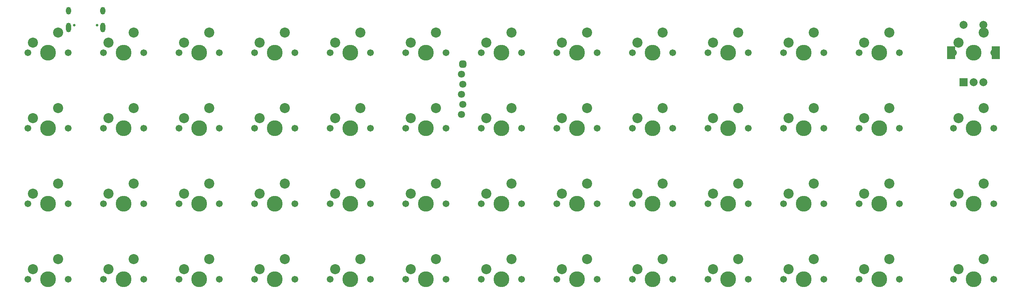
<source format=gts>
G04 #@! TF.GenerationSoftware,KiCad,Pcbnew,(6.0.0-0)*
G04 #@! TF.CreationDate,2022-01-19T17:11:42-06:00*
G04 #@! TF.ProjectId,pcb,7063622e-6b69-4636-9164-5f7063625858,rev?*
G04 #@! TF.SameCoordinates,Original*
G04 #@! TF.FileFunction,Soldermask,Top*
G04 #@! TF.FilePolarity,Negative*
%FSLAX46Y46*%
G04 Gerber Fmt 4.6, Leading zero omitted, Abs format (unit mm)*
G04 Created by KiCad (PCBNEW (6.0.0-0)) date 2022-01-19 17:11:42*
%MOMM*%
%LPD*%
G01*
G04 APERTURE LIST*
G04 Aperture macros list*
%AMRoundRect*
0 Rectangle with rounded corners*
0 $1 Rounding radius*
0 $2 $3 $4 $5 $6 $7 $8 $9 X,Y pos of 4 corners*
0 Add a 4 corners polygon primitive as box body*
4,1,4,$2,$3,$4,$5,$6,$7,$8,$9,$2,$3,0*
0 Add four circle primitives for the rounded corners*
1,1,$1+$1,$2,$3*
1,1,$1+$1,$4,$5*
1,1,$1+$1,$6,$7*
1,1,$1+$1,$8,$9*
0 Add four rect primitives between the rounded corners*
20,1,$1+$1,$2,$3,$4,$5,0*
20,1,$1+$1,$4,$5,$6,$7,0*
20,1,$1+$1,$6,$7,$8,$9,0*
20,1,$1+$1,$8,$9,$2,$3,0*%
G04 Aperture macros list end*
%ADD10C,1.701800*%
%ADD11C,3.987800*%
%ADD12C,2.540000*%
%ADD13R,2.000000X2.000000*%
%ADD14C,2.000000*%
%ADD15R,2.000000X3.200000*%
%ADD16C,1.803400*%
%ADD17RoundRect,0.501650X0.400050X0.400050X-0.400050X0.400050X-0.400050X-0.400050X0.400050X-0.400050X0*%
%ADD18C,0.650000*%
%ADD19O,1.300000X2.400000*%
%ADD20O,1.300000X1.900000*%
G04 APERTURE END LIST*
D10*
X119935625Y-53181250D03*
X130095625Y-53181250D03*
D11*
X125015625Y-53181250D03*
D12*
X121205625Y-50641250D03*
X127555625Y-48101250D03*
D10*
X196135625Y-53181250D03*
D11*
X201215625Y-53181250D03*
D10*
X206295625Y-53181250D03*
D12*
X197405625Y-50641250D03*
X203755625Y-48101250D03*
D10*
X187245625Y-53181250D03*
D11*
X182165625Y-53181250D03*
D10*
X177085625Y-53181250D03*
D12*
X178355625Y-50641250D03*
X184705625Y-48101250D03*
D11*
X163115625Y-53181250D03*
D10*
X168195625Y-53181250D03*
X158035625Y-53181250D03*
D12*
X159305625Y-50641250D03*
X165655625Y-48101250D03*
D11*
X86915625Y-53181250D03*
D10*
X91995625Y-53181250D03*
X81835625Y-53181250D03*
D12*
X83105625Y-50641250D03*
X89455625Y-48101250D03*
D10*
X215185625Y-53181250D03*
X225345625Y-53181250D03*
D11*
X220265625Y-53181250D03*
D12*
X216455625Y-50641250D03*
X222805625Y-48101250D03*
D10*
X234235625Y-53181250D03*
D11*
X239315625Y-53181250D03*
D10*
X244395625Y-53181250D03*
D12*
X235505625Y-50641250D03*
X241855625Y-48101250D03*
D11*
X86915625Y-72231250D03*
D10*
X81835625Y-72231250D03*
X91995625Y-72231250D03*
D12*
X83105625Y-69691250D03*
X89455625Y-67151250D03*
D10*
X100885625Y-72231250D03*
X111045625Y-72231250D03*
D11*
X105965625Y-72231250D03*
D12*
X102155625Y-69691250D03*
X108505625Y-67151250D03*
D10*
X149150799Y-72231250D03*
D11*
X144070799Y-72231250D03*
D10*
X138990799Y-72231250D03*
D12*
X140260799Y-69691250D03*
X146610799Y-67151250D03*
D10*
X282495625Y-53181250D03*
X272335625Y-53181250D03*
D11*
X277415625Y-53181250D03*
D12*
X273605625Y-50641250D03*
X279955625Y-48101250D03*
D10*
X168195625Y-72231250D03*
X158035625Y-72231250D03*
D11*
X163115625Y-72231250D03*
D12*
X159305625Y-69691250D03*
X165655625Y-67151250D03*
D10*
X187245625Y-72231250D03*
D11*
X182165625Y-72231250D03*
D10*
X177085625Y-72231250D03*
D12*
X178355625Y-69691250D03*
X184705625Y-67151250D03*
D10*
X196135625Y-72231250D03*
X206295625Y-72231250D03*
D11*
X201215625Y-72231250D03*
D12*
X197405625Y-69691250D03*
X203755625Y-67151250D03*
D10*
X111045625Y-110331250D03*
X100885625Y-110331250D03*
D11*
X105965625Y-110331250D03*
D12*
X102155625Y-107791250D03*
X108505625Y-105251250D03*
D10*
X119935625Y-110331250D03*
D11*
X125015625Y-110331250D03*
D10*
X130095625Y-110331250D03*
D12*
X121205625Y-107791250D03*
X127555625Y-105251250D03*
D10*
X149145625Y-110331250D03*
X138985625Y-110331250D03*
D11*
X144065625Y-110331250D03*
D12*
X140255625Y-107791250D03*
X146605625Y-105251250D03*
D11*
X163115625Y-110331250D03*
D10*
X168195625Y-110331250D03*
X158035625Y-110331250D03*
D12*
X159305625Y-107791250D03*
X165655625Y-105251250D03*
D10*
X177085625Y-110331250D03*
D11*
X182165625Y-110331250D03*
D10*
X187245625Y-110331250D03*
D12*
X178355625Y-107791250D03*
X184705625Y-105251250D03*
D10*
X225345625Y-110331250D03*
X215185625Y-110331250D03*
D11*
X220265625Y-110331250D03*
D12*
X216455625Y-107791250D03*
X222805625Y-105251250D03*
D10*
X234235625Y-110331250D03*
D11*
X239315625Y-110331250D03*
D10*
X244395625Y-110331250D03*
D12*
X235505625Y-107791250D03*
X241855625Y-105251250D03*
D11*
X258365625Y-110331250D03*
D10*
X263445625Y-110331250D03*
X253285625Y-110331250D03*
D12*
X254555625Y-107791250D03*
X260905625Y-105251250D03*
D11*
X277415625Y-110331250D03*
D10*
X272335625Y-110331250D03*
X282495625Y-110331250D03*
D12*
X273605625Y-107791250D03*
X279955625Y-105251250D03*
D10*
X206295625Y-110331250D03*
X196135625Y-110331250D03*
D11*
X201215625Y-110331250D03*
D12*
X197405625Y-107791250D03*
X203755625Y-105251250D03*
D10*
X272335625Y-91281250D03*
D11*
X277415625Y-91281250D03*
D10*
X282495625Y-91281250D03*
D12*
X273605625Y-88741250D03*
X279955625Y-86201250D03*
D10*
X253285625Y-91281250D03*
D11*
X258365625Y-91281250D03*
D10*
X263445625Y-91281250D03*
D12*
X254555625Y-88741250D03*
X260905625Y-86201250D03*
D11*
X220265625Y-91281250D03*
D10*
X215185625Y-91281250D03*
X225345625Y-91281250D03*
D12*
X216455625Y-88741250D03*
X222805625Y-86201250D03*
D10*
X177085625Y-91281250D03*
D11*
X182165625Y-91281250D03*
D10*
X187245625Y-91281250D03*
D12*
X178355625Y-88741250D03*
X184705625Y-86201250D03*
D10*
X138985625Y-91281250D03*
D11*
X144065625Y-91281250D03*
D10*
X149145625Y-91281250D03*
D12*
X140255625Y-88741250D03*
X146605625Y-86201250D03*
D11*
X86915625Y-91281250D03*
D10*
X81835625Y-91281250D03*
X91995625Y-91281250D03*
D12*
X83105625Y-88741250D03*
X89455625Y-86201250D03*
D10*
X168195625Y-91281250D03*
X158035625Y-91281250D03*
D11*
X163115625Y-91281250D03*
D12*
X159305625Y-88741250D03*
X165655625Y-86201250D03*
D11*
X296465625Y-72231250D03*
D10*
X291385625Y-72231250D03*
X301545625Y-72231250D03*
D12*
X292655625Y-69691250D03*
X299005625Y-67151250D03*
D11*
X125015625Y-91281250D03*
D10*
X130095625Y-91281250D03*
X119935625Y-91281250D03*
D12*
X121205625Y-88741250D03*
X127555625Y-86201250D03*
D11*
X105965625Y-91281250D03*
D10*
X100885625Y-91281250D03*
X111045625Y-91281250D03*
D12*
X102155625Y-88741250D03*
X108505625Y-86201250D03*
D10*
X263445625Y-72231250D03*
X253285625Y-72231250D03*
D11*
X258365625Y-72231250D03*
D12*
X254555625Y-69691250D03*
X260905625Y-67151250D03*
D10*
X234235625Y-72231250D03*
X244395625Y-72231250D03*
D11*
X239315625Y-72231250D03*
D12*
X235505625Y-69691250D03*
X241855625Y-67151250D03*
D10*
X282495625Y-72231250D03*
D11*
X277415625Y-72231250D03*
D10*
X272335625Y-72231250D03*
D12*
X273605625Y-69691250D03*
X279955625Y-67151250D03*
D10*
X291385625Y-110331250D03*
D11*
X296465625Y-110331250D03*
D10*
X301545625Y-110331250D03*
D12*
X292655625Y-107791250D03*
X299005625Y-105251250D03*
D10*
X301545625Y-91281250D03*
D11*
X296465625Y-91281250D03*
D10*
X291385625Y-91281250D03*
D12*
X292655625Y-88741250D03*
X299005625Y-86201250D03*
D11*
X320278125Y-53181250D03*
D10*
X325358125Y-53181250D03*
X315198125Y-53181250D03*
D12*
X316468125Y-50641250D03*
X322818125Y-48101250D03*
D10*
X301545625Y-53181250D03*
D11*
X296465625Y-53181250D03*
D10*
X291385625Y-53181250D03*
D12*
X292655625Y-50641250D03*
X299005625Y-48101250D03*
D13*
X317752725Y-60693950D03*
D14*
X322752725Y-60693950D03*
X320252725Y-60693950D03*
D15*
X325852725Y-53193950D03*
X314652725Y-53193950D03*
D14*
X322752725Y-46193950D03*
X317752725Y-46193950D03*
D10*
X111045625Y-53181250D03*
X100885625Y-53181250D03*
D11*
X105965625Y-53181250D03*
D12*
X102155625Y-50641250D03*
X108505625Y-48101250D03*
D11*
X144065625Y-53181250D03*
D10*
X149145625Y-53181250D03*
X138985625Y-53181250D03*
D12*
X140255625Y-50641250D03*
X146605625Y-48101250D03*
D10*
X325358185Y-110331530D03*
X315198185Y-110331530D03*
D11*
X320278185Y-110331530D03*
D12*
X316468185Y-107791530D03*
X322818185Y-105251530D03*
D10*
X325358185Y-72231370D03*
X315198185Y-72231370D03*
D11*
X320278185Y-72231370D03*
D12*
X316468185Y-69691370D03*
X322818185Y-67151370D03*
D10*
X325358185Y-91281450D03*
D11*
X320278185Y-91281450D03*
D10*
X315198185Y-91281450D03*
D12*
X316468185Y-88741450D03*
X322818185Y-86201450D03*
D10*
X196135625Y-91281250D03*
D11*
X201215625Y-91281250D03*
D10*
X206295625Y-91281250D03*
D12*
X197405625Y-88741250D03*
X203755625Y-86201250D03*
D11*
X239315625Y-91281250D03*
D10*
X244395625Y-91281250D03*
X234235625Y-91281250D03*
D12*
X235505625Y-88741250D03*
X241855625Y-86201250D03*
D10*
X81835625Y-110331250D03*
X91995625Y-110331250D03*
D11*
X86915625Y-110331250D03*
D12*
X83105625Y-107791250D03*
X89455625Y-105251250D03*
D10*
X253285625Y-53181250D03*
X263445625Y-53181250D03*
D11*
X258365625Y-53181250D03*
D12*
X254555625Y-50641250D03*
X260905625Y-48101250D03*
D10*
X130095625Y-72231250D03*
D11*
X125015625Y-72231250D03*
D10*
X119935625Y-72231250D03*
D12*
X121205625Y-69691250D03*
X127555625Y-67151250D03*
D10*
X215185625Y-72231250D03*
D11*
X220265625Y-72231250D03*
D10*
X225345625Y-72231250D03*
D12*
X216455625Y-69691250D03*
X222805625Y-67151250D03*
D16*
X191140000Y-68800000D03*
X191140000Y-58640000D03*
X191140000Y-63720000D03*
X191546400Y-66260000D03*
X191546400Y-61180000D03*
D17*
X191546400Y-56100000D03*
D18*
X99329825Y-46312315D03*
X93549825Y-46312315D03*
D19*
X100739825Y-46863315D03*
D20*
X100739825Y-42663315D03*
X92139825Y-42663315D03*
D19*
X92139825Y-46863315D03*
M02*

</source>
